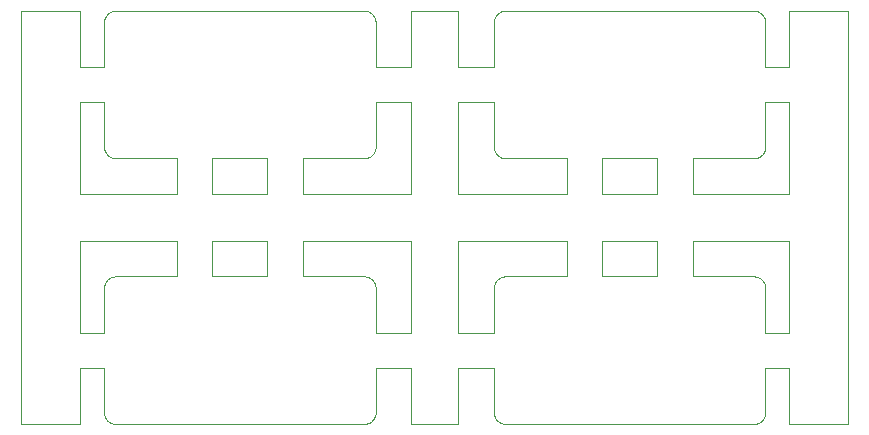
<source format=gbr>
%TF.GenerationSoftware,KiCad,Pcbnew,8.0.8-8.0.8-0~ubuntu24.04.1*%
%TF.CreationDate,2025-02-18T11:20:38+01:00*%
%TF.ProjectId,SPU0410LR5H_panel,53505530-3431-4304-9c52-35485f70616e,rev?*%
%TF.SameCoordinates,Original*%
%TF.FileFunction,Profile,NP*%
%FSLAX46Y46*%
G04 Gerber Fmt 4.6, Leading zero omitted, Abs format (unit mm)*
G04 Created by KiCad (PCBNEW 8.0.8-8.0.8-0~ubuntu24.04.1) date 2025-02-18 11:20:38*
%MOMM*%
%LPD*%
G01*
G04 APERTURE LIST*
%TA.AperFunction,Profile*%
%ADD10C,0.100000*%
%TD*%
G04 APERTURE END LIST*
D10*
X132299363Y-32454139D02*
X132347305Y-32437752D01*
X78000000Y-20000000D02*
X77947664Y-20001370D01*
X77005479Y-54104528D02*
X77012313Y-54156434D01*
X99994523Y-20895471D02*
X99987690Y-20843565D01*
X77412215Y-32309016D02*
X77455361Y-32338670D01*
X110330870Y-54743144D02*
X110370680Y-54777145D01*
X99358368Y-42566419D02*
X99309017Y-42548943D01*
X99406737Y-20086454D02*
X99358368Y-20066419D01*
X77005478Y-20895471D02*
X77001370Y-20947664D01*
X69999000Y-20000000D02*
X69999000Y-55000000D01*
X77455361Y-32338670D02*
X77500000Y-32366025D01*
X132994523Y-43395471D02*
X132987690Y-43343565D01*
X110000002Y-31500000D02*
X110001372Y-31552335D01*
X77021854Y-54207911D02*
X77034075Y-54258818D01*
X132544639Y-42661329D02*
X132500000Y-42633974D01*
X135001001Y-47250000D02*
X135000001Y-39500500D01*
X110222855Y-32129319D02*
X110256856Y-32169130D01*
X110895471Y-32494521D02*
X110947664Y-32498629D01*
X119166667Y-39500500D02*
X123833334Y-39500500D01*
X107000000Y-39500500D02*
X116166667Y-39500500D01*
X77161330Y-54544638D02*
X77190984Y-54587784D01*
X110843565Y-32487688D02*
X110895471Y-32494521D01*
X99156434Y-20012311D02*
X99104528Y-20005478D01*
X99820763Y-32071268D02*
X99848644Y-32028964D01*
X132874346Y-31985302D02*
X132897804Y-31940394D01*
X110412214Y-20190983D02*
X110370679Y-20222854D01*
X132866026Y-20499999D02*
X132838671Y-20455360D01*
X132151427Y-54988468D02*
X132201298Y-54979530D01*
X99838671Y-20455360D02*
X99809018Y-20412214D01*
X110947664Y-42501370D02*
X110895471Y-42505478D01*
X110947664Y-32498629D02*
X111000000Y-32500000D01*
X93833334Y-32499999D02*
X99000000Y-32499999D01*
X99528964Y-54848644D02*
X99571268Y-54820763D01*
X99866026Y-20499999D02*
X99838671Y-20455360D01*
X110001372Y-54052335D02*
X110005479Y-54104528D01*
X99587786Y-20190982D02*
X99544639Y-20161329D01*
X132669131Y-42756854D02*
X132629321Y-42722853D01*
X86166667Y-42500000D02*
X86166667Y-39500500D01*
X132207911Y-20021852D02*
X132156434Y-20012311D01*
X123833334Y-32499999D02*
X123833334Y-35500500D01*
X99394356Y-54918958D02*
X99440394Y-54897804D01*
X99987690Y-43343565D02*
X99978149Y-43292088D01*
X110690983Y-32451056D02*
X110741181Y-32465925D01*
X99612106Y-32290776D02*
X99651372Y-32258758D01*
X77000002Y-31500000D02*
X77001372Y-31552335D01*
X99777147Y-42870679D02*
X99743145Y-42830868D01*
X99790776Y-54612106D02*
X99820763Y-54571268D01*
X77108994Y-54453990D02*
X77133975Y-54499999D01*
X77947664Y-32498629D02*
X78000000Y-32500000D01*
X132440394Y-32397804D02*
X132485302Y-32374346D01*
X132913546Y-43093263D02*
X132891007Y-43046009D01*
X132891007Y-43046009D02*
X132866026Y-42999999D01*
X110066421Y-54358367D02*
X110086456Y-54406736D01*
X77641632Y-42566419D02*
X77593263Y-42586454D01*
X132743145Y-42830868D02*
X132707107Y-42792892D01*
X116166667Y-32499999D02*
X116166667Y-35500500D01*
X99000000Y-54999999D02*
X99050649Y-54998716D01*
X99440394Y-54897804D02*
X99485302Y-54874346D01*
X132052336Y-42501370D02*
X132000000Y-42500000D01*
X133000000Y-50250000D02*
X135001001Y-50250000D01*
X77066421Y-54358367D02*
X77086456Y-54406736D01*
X99848644Y-32028964D02*
X99874346Y-31985302D01*
X99954139Y-31799363D02*
X99968077Y-31750652D01*
X83166667Y-32499999D02*
X83166667Y-35500500D01*
X110370679Y-20222854D02*
X110330869Y-20256855D01*
X132994523Y-20895471D02*
X132987690Y-20843565D01*
X135001001Y-47250000D02*
X133000001Y-47250000D01*
X110034075Y-31758818D02*
X110048945Y-31809016D01*
X132965927Y-20741180D02*
X132951058Y-20690982D01*
X110108994Y-54453990D02*
X110133975Y-54499999D01*
X99978149Y-20792088D02*
X99965927Y-20741180D01*
X132394356Y-54918958D02*
X132440394Y-54897804D01*
X110330869Y-20256855D02*
X110292893Y-20292893D01*
X99309017Y-42548943D02*
X99258819Y-42534073D01*
X110021854Y-31707911D02*
X110034075Y-31758818D01*
X110500000Y-32366025D02*
X110546010Y-32391006D01*
X77048945Y-54309016D02*
X77066421Y-54358367D01*
X110455361Y-42661329D02*
X110412214Y-42690983D01*
X110161330Y-54544638D02*
X110190984Y-54587784D01*
X132358368Y-20066419D02*
X132309017Y-20048943D01*
X110792088Y-32478147D02*
X110843565Y-32487688D01*
X132394356Y-32418958D02*
X132440394Y-32397804D01*
X100000000Y-27750000D02*
X103000000Y-27750000D01*
X107000000Y-35500500D02*
X107000000Y-27750000D01*
X132528964Y-32348644D02*
X132571268Y-32320763D01*
X99571268Y-54820763D02*
X99612106Y-54790776D01*
X110000000Y-24750000D02*
X107000000Y-24750000D01*
X103000000Y-50250000D02*
X103000000Y-54999000D01*
X99707107Y-20292892D02*
X99669131Y-20256854D01*
X99669131Y-20256854D02*
X99629321Y-20222853D01*
X110292893Y-42792893D02*
X110256855Y-42830869D01*
X99440394Y-32397804D02*
X99485302Y-32374346D01*
X86166667Y-35500500D02*
X86166667Y-32499999D01*
X110292893Y-20292893D02*
X110256855Y-20330869D01*
X77012313Y-31656434D02*
X77021854Y-31707911D01*
X132918958Y-54394356D02*
X132937752Y-54347305D01*
X132743145Y-20330868D02*
X132707107Y-20292892D01*
X103000000Y-47250000D02*
X100000001Y-47250000D01*
X110133974Y-20500000D02*
X110108993Y-20546009D01*
X132485302Y-32374346D02*
X132528964Y-32348644D01*
X132937752Y-54347305D02*
X132954139Y-54299363D01*
X99347305Y-32437752D02*
X99394356Y-32418958D01*
X132309017Y-42548943D02*
X132258819Y-42534073D01*
X99891007Y-20546009D02*
X99866026Y-20499999D01*
X110222854Y-20370679D02*
X110190983Y-20412214D01*
X107000000Y-54999000D02*
X107000000Y-50250000D01*
X99809018Y-42912214D02*
X99777147Y-42870679D01*
X77190983Y-42912214D02*
X77161329Y-42955361D01*
X132987690Y-43343565D02*
X132978149Y-43292088D01*
X132453991Y-20108993D02*
X132406737Y-20086454D01*
X132101168Y-32494869D02*
X132151427Y-32488468D01*
X77792088Y-42521852D02*
X77741181Y-42534074D01*
X119166667Y-32499999D02*
X123833334Y-32499999D01*
X132724793Y-32188967D02*
X132758758Y-32151372D01*
X103000000Y-24750000D02*
X100000001Y-24750000D01*
X132156434Y-20012311D02*
X132104528Y-20005478D01*
X77256856Y-32169130D02*
X77292894Y-32207106D01*
X110021852Y-43292088D02*
X110012311Y-43343565D01*
X110000000Y-47250000D02*
X107000000Y-47250000D01*
X77161330Y-32044638D02*
X77190984Y-32087784D01*
X99612106Y-54790776D02*
X99651372Y-54758758D01*
X99050649Y-32498716D02*
X99101168Y-32494869D01*
X110330869Y-42756855D02*
X110292893Y-42792893D01*
X99743145Y-42830868D02*
X99707107Y-42792892D01*
X135001001Y-20000000D02*
X135001001Y-24750000D01*
X77048945Y-31809016D02*
X77066421Y-31858367D01*
X77021852Y-20792088D02*
X77012311Y-20843565D01*
X77000001Y-27750000D02*
X77000002Y-31500000D01*
X111000000Y-42500000D02*
X110947664Y-42501370D01*
X77292893Y-20292893D02*
X77256855Y-20330869D01*
X99151427Y-32488468D02*
X99201298Y-32479530D01*
X99500000Y-42633974D02*
X99453991Y-42608993D01*
X99000000Y-42500000D02*
X93833334Y-42500000D01*
X132979530Y-31701298D02*
X132988468Y-31651427D01*
X132000000Y-42500000D02*
X126833334Y-42500000D01*
X77370680Y-32277145D02*
X77412215Y-32309016D01*
X110256856Y-32169130D02*
X110292894Y-32207106D01*
X110370680Y-32277145D02*
X110412215Y-32309016D01*
X110792088Y-54978147D02*
X110843565Y-54987688D01*
X126833334Y-32499999D02*
X132000000Y-32499999D01*
X110330870Y-32243144D02*
X110370680Y-32277145D01*
X132758758Y-32151372D02*
X132790776Y-32112106D01*
X99347305Y-54937752D02*
X99394356Y-54918958D01*
X132994869Y-31601168D02*
X132998716Y-31550649D01*
X103000000Y-54999000D02*
X107000000Y-54999000D01*
X132151427Y-32488468D02*
X132201298Y-32479530D01*
X99790776Y-32112106D02*
X99820763Y-32071268D01*
X110741181Y-42534074D02*
X110690983Y-42548943D01*
X99897804Y-31940394D02*
X99918958Y-31894356D01*
X132528964Y-54848644D02*
X132571268Y-54820763D01*
X110048945Y-54309016D02*
X110066421Y-54358367D01*
X83166667Y-42500000D02*
X78000000Y-42500000D01*
X99651372Y-32258758D02*
X99688967Y-32224793D01*
X99544639Y-42661329D02*
X99500000Y-42633974D01*
X99394356Y-32418958D02*
X99440394Y-32397804D01*
X110370679Y-42722854D02*
X110330869Y-42756855D01*
X132777147Y-20370679D02*
X132743145Y-20330868D01*
X99998631Y-43447663D02*
X99994523Y-43395471D01*
X132918958Y-31894356D02*
X132937752Y-31847305D01*
X77086454Y-43093263D02*
X77066419Y-43141632D01*
X110161329Y-20455361D02*
X110133974Y-20500000D01*
X77256856Y-54669130D02*
X77292894Y-54707106D01*
X100000000Y-50250000D02*
X103000000Y-50250000D01*
X99891007Y-43046009D02*
X99866026Y-42999999D01*
X132838671Y-42955360D02*
X132809018Y-42912214D01*
X77292894Y-54707106D02*
X77330870Y-54743144D01*
X110133974Y-43000000D02*
X110108993Y-43046009D01*
X110000001Y-50250000D02*
X110000002Y-54000000D01*
X132207911Y-42521852D02*
X132156434Y-42512311D01*
X77190984Y-54587784D02*
X77222855Y-54629319D01*
X133000000Y-27750000D02*
X135001001Y-27750000D01*
X132629321Y-20222853D02*
X132587786Y-20190982D01*
X132629321Y-42722853D02*
X132587786Y-42690982D01*
X132951058Y-43190982D02*
X132933582Y-43141631D01*
X77066421Y-31858367D02*
X77086456Y-31906736D01*
X77012313Y-54156434D02*
X77021854Y-54207911D01*
X110133975Y-54499999D02*
X110161330Y-54544638D01*
X110947664Y-20001370D02*
X110895471Y-20005478D01*
X110222855Y-54629319D02*
X110256856Y-54669130D01*
X110546009Y-20108993D02*
X110500000Y-20133974D01*
X99994869Y-54101168D02*
X99998716Y-54050649D01*
X99954139Y-54299363D02*
X99968077Y-54250652D01*
X140001001Y-55000000D02*
X140001001Y-20000000D01*
X123833334Y-42500000D02*
X119166667Y-42500000D01*
X133000000Y-31500000D02*
X133000000Y-27750000D01*
X77001372Y-31552335D02*
X77005479Y-31604528D01*
X132954139Y-54299363D02*
X132968077Y-54250652D01*
X99050649Y-54998716D02*
X99101168Y-54994869D01*
X77330869Y-20256855D02*
X77292893Y-20292893D01*
X132651372Y-32258758D02*
X132688967Y-32224793D01*
X110001370Y-20947664D02*
X110000000Y-21000000D01*
X132848644Y-54528964D02*
X132874346Y-54485302D01*
X77947664Y-20001370D02*
X77895471Y-20005478D01*
X74999000Y-20000000D02*
X69999000Y-20000000D01*
X132587786Y-42690982D02*
X132544639Y-42661329D01*
X77133975Y-31999999D02*
X77161330Y-32044638D01*
X77161329Y-20455361D02*
X77133974Y-20500000D01*
X77133974Y-20500000D02*
X77108993Y-20546009D01*
X111000000Y-55000000D02*
X132000000Y-54999999D01*
X74999000Y-55000000D02*
X74999000Y-50250000D01*
X99758758Y-32151372D02*
X99790776Y-32112106D01*
X99688967Y-32224793D02*
X99724793Y-32188967D01*
X110086456Y-54406736D02*
X110108994Y-54453990D01*
X132571268Y-54820763D02*
X132612106Y-54790776D01*
X132612106Y-32290776D02*
X132651372Y-32258758D01*
X77048943Y-20690983D02*
X77034074Y-20741181D01*
X110741181Y-20034074D02*
X110690983Y-20048943D01*
X110161330Y-32044638D02*
X110190984Y-32087784D01*
X110455361Y-54838670D02*
X110500000Y-54866025D01*
X99937752Y-54347305D02*
X99954139Y-54299363D01*
X77000002Y-54000000D02*
X77001372Y-54052335D01*
X132500000Y-42633974D02*
X132453991Y-42608993D01*
X110001370Y-43447664D02*
X110000000Y-43500000D01*
X77108993Y-20546009D02*
X77086454Y-20593263D01*
X99207911Y-42521852D02*
X99156434Y-42512311D01*
X77000000Y-39500500D02*
X83166667Y-39500500D01*
X132201298Y-54979530D02*
X132250652Y-54968077D01*
X99820763Y-54571268D02*
X99848644Y-54528964D01*
X132897804Y-31940394D02*
X132918958Y-31894356D01*
X99309017Y-20048943D02*
X99258819Y-20034073D01*
X69999000Y-55000000D02*
X74999000Y-55000000D01*
X99998631Y-20947663D02*
X99994523Y-20895471D01*
X135001001Y-55000000D02*
X140001001Y-55000000D01*
X133000001Y-39500500D02*
X135000001Y-39500500D01*
X110000000Y-43500000D02*
X110000000Y-47250000D01*
X132998716Y-54050649D02*
X133000000Y-54000000D01*
X132998631Y-20947663D02*
X132994523Y-20895471D01*
X132347305Y-32437752D02*
X132394356Y-32418958D01*
X99937752Y-31847305D02*
X99954139Y-31799363D01*
X99406737Y-42586454D02*
X99358368Y-42566419D01*
X110792088Y-42521852D02*
X110741181Y-42534074D01*
X110021852Y-20792088D02*
X110012311Y-20843565D01*
X77455361Y-54838670D02*
X77500000Y-54866025D01*
X110048943Y-20690983D02*
X110034074Y-20741181D01*
X110500000Y-54866025D02*
X110546010Y-54891006D01*
X77690983Y-32451056D02*
X77741181Y-32465925D01*
X110690983Y-42548943D02*
X110641632Y-42566419D01*
X99913546Y-43093263D02*
X99891007Y-43046009D01*
X77843565Y-32487688D02*
X77895471Y-32494521D01*
X77455361Y-42661329D02*
X77412214Y-42690983D01*
X77500000Y-20133974D02*
X77455361Y-20161329D01*
X132258819Y-42534073D02*
X132207911Y-42521852D01*
X99874346Y-31985302D02*
X99897804Y-31940394D01*
X110947664Y-54998629D02*
X111000000Y-55000000D01*
X77292893Y-42792893D02*
X77256855Y-42830869D01*
X99965927Y-43241180D02*
X99951058Y-43190982D01*
X77792088Y-32478147D02*
X77843565Y-32487688D01*
X132790776Y-54612106D02*
X132820763Y-54571268D01*
X99485302Y-32374346D02*
X99528964Y-32348644D01*
X99629321Y-20222853D02*
X99587786Y-20190982D01*
X83166667Y-39500500D02*
X83166667Y-42500000D01*
X135001001Y-50250000D02*
X135001001Y-55000000D01*
X99544639Y-20161329D02*
X99500000Y-20133974D01*
X110593263Y-32413545D02*
X110641632Y-32433580D01*
X77546010Y-54891006D02*
X77593263Y-54913545D01*
X132000000Y-54999999D02*
X132050649Y-54998716D01*
X77086456Y-31906736D02*
X77108994Y-31953990D01*
X110005478Y-43395471D02*
X110001370Y-43447664D01*
X132987690Y-20843565D02*
X132978149Y-20792088D01*
X132988468Y-54151427D02*
X132994869Y-54101168D01*
X77843565Y-20012311D02*
X77792088Y-20021852D01*
X93833334Y-39500500D02*
X103000000Y-39500500D01*
X110843565Y-20012311D02*
X110792088Y-20021852D01*
X110012313Y-31656434D02*
X110021854Y-31707911D01*
X132951058Y-20690982D02*
X132933582Y-20641631D01*
X99965927Y-20741180D02*
X99951058Y-20690982D01*
X110641632Y-42566419D02*
X110593263Y-42586454D01*
X77000000Y-24750000D02*
X74999000Y-24750000D01*
X77690983Y-54951056D02*
X77741181Y-54965925D01*
X110593263Y-20086454D02*
X110546009Y-20108993D01*
X90833334Y-35500500D02*
X86166667Y-35500500D01*
X77256855Y-20330869D02*
X77222854Y-20370679D01*
X135000001Y-35500500D02*
X135001001Y-27750000D01*
X99848644Y-54528964D02*
X99874346Y-54485302D01*
X77001372Y-54052335D02*
X77005479Y-54104528D01*
X99968077Y-54250652D02*
X99979530Y-54201298D01*
X132707107Y-42792892D02*
X132669131Y-42756854D01*
X110370680Y-54777145D02*
X110412215Y-54809016D01*
X110190983Y-42912214D02*
X110161329Y-42955361D01*
X99104528Y-42505478D02*
X99052336Y-42501370D01*
X77256855Y-42830869D02*
X77222854Y-42870679D01*
X110641632Y-20066419D02*
X110593263Y-20086454D01*
X74999000Y-24750000D02*
X74999000Y-20000000D01*
X99101168Y-54994869D02*
X99151427Y-54988468D01*
X99571268Y-32320763D02*
X99612106Y-32290776D01*
X77370679Y-20222854D02*
X77330869Y-20256855D01*
X110843565Y-54987688D02*
X110895471Y-54994521D01*
X86166667Y-32499999D02*
X90833334Y-32499999D01*
X77001370Y-20947664D02*
X77000000Y-21000000D01*
X110222854Y-42870679D02*
X110190983Y-42912214D01*
X132965927Y-43241180D02*
X132951058Y-43190982D01*
X110000001Y-27750000D02*
X110000002Y-31500000D01*
X100000000Y-54000000D02*
X100000000Y-50250000D01*
X110412214Y-42690983D02*
X110370679Y-42722854D01*
X132790776Y-32112106D02*
X132820763Y-32071268D01*
X132571268Y-32320763D02*
X132612106Y-32290776D01*
X110546010Y-54891006D02*
X110593263Y-54913545D01*
X132937752Y-31847305D02*
X132954139Y-31799363D01*
X110455361Y-20161329D02*
X110412214Y-20190983D01*
X99874346Y-54485302D02*
X99897804Y-54440394D01*
X132998716Y-31550649D02*
X133000000Y-31500000D01*
X110292894Y-54707106D02*
X110330870Y-54743144D01*
X99951058Y-43190982D02*
X99933582Y-43141631D01*
X110108993Y-20546009D02*
X110086454Y-20593263D01*
X132688967Y-32224793D02*
X132724793Y-32188967D01*
X103000000Y-20000000D02*
X103000000Y-24750000D01*
X132347305Y-54937752D02*
X132394356Y-54918958D01*
X132820763Y-54571268D02*
X132848644Y-54528964D01*
X99838671Y-42955360D02*
X99809018Y-42912214D01*
X99724793Y-32188967D02*
X99758758Y-32151372D01*
X77641632Y-20066419D02*
X77593263Y-20086454D01*
X132052336Y-20001370D02*
X132000000Y-20000000D01*
X99000000Y-32499999D02*
X99050649Y-32498716D01*
X140001001Y-20000000D02*
X135001001Y-20000000D01*
X110412215Y-32309016D02*
X110455361Y-32338670D01*
X100000001Y-20999999D02*
X99998631Y-20947663D01*
X110048943Y-43190983D02*
X110034074Y-43241181D01*
X110012313Y-54156434D02*
X110021854Y-54207911D01*
X99453991Y-42608993D02*
X99406737Y-42586454D01*
X110108994Y-31953990D02*
X110133975Y-31999999D01*
X132891007Y-20546009D02*
X132866026Y-20499999D01*
X107000000Y-47250000D02*
X107000000Y-39500500D01*
X99299363Y-54954139D02*
X99347305Y-54937752D01*
X77792088Y-54978147D02*
X77843565Y-54987688D01*
X132707107Y-20292892D02*
X132669131Y-20256854D01*
X99201298Y-54979530D02*
X99250652Y-54968077D01*
X110034074Y-20741181D02*
X110021852Y-20792088D01*
X132688967Y-54724793D02*
X132724793Y-54688967D01*
X133000001Y-47250000D02*
X133000001Y-43499999D01*
X77741181Y-20034074D02*
X77690983Y-20048943D01*
X110000002Y-54000000D02*
X110001372Y-54052335D01*
X99258819Y-42534073D02*
X99207911Y-42521852D01*
X110066419Y-43141632D02*
X110048943Y-43190983D01*
X132201298Y-32479530D02*
X132250652Y-32468077D01*
X110690983Y-20048943D02*
X110641632Y-20066419D01*
X132998631Y-43447663D02*
X132994523Y-43395471D01*
X110895471Y-20005478D02*
X110843565Y-20012311D01*
X78000000Y-32500000D02*
X83166667Y-32499999D01*
X77843565Y-54987688D02*
X77895471Y-54994521D01*
X77690983Y-42548943D02*
X77641632Y-42566419D01*
X77222854Y-42870679D02*
X77190983Y-42912214D01*
X77005478Y-43395471D02*
X77001370Y-43447664D01*
X132453991Y-42608993D02*
X132406737Y-42586454D01*
X111000000Y-20000000D02*
X110947664Y-20001370D01*
X132954139Y-31799363D02*
X132968077Y-31750652D01*
X77593263Y-20086454D02*
X77546009Y-20108993D01*
X110792088Y-20021852D02*
X110741181Y-20034074D01*
X107000000Y-24750000D02*
X107000000Y-20000000D01*
X77000000Y-35500500D02*
X75000000Y-35500500D01*
X77947664Y-42501370D02*
X77895471Y-42505478D01*
X132299363Y-54954139D02*
X132347305Y-54937752D01*
X99918958Y-31894356D02*
X99937752Y-31847305D01*
X99758758Y-54651372D02*
X99790776Y-54612106D01*
X132669131Y-20256854D02*
X132629321Y-20222853D01*
X132104528Y-42505478D02*
X132052336Y-42501370D01*
X77133975Y-54499999D02*
X77161330Y-54544638D01*
X90833334Y-42500000D02*
X86166667Y-42500000D01*
X132809018Y-42912214D02*
X132777147Y-42870679D01*
X132874346Y-54485302D02*
X132897804Y-54440394D01*
X99156434Y-42512311D02*
X99104528Y-42505478D01*
X110741181Y-54965925D02*
X110792088Y-54978147D01*
X77641632Y-32433580D02*
X77690983Y-32451056D01*
X99358368Y-20066419D02*
X99309017Y-20048943D01*
X86166667Y-39500500D02*
X90833334Y-39500500D01*
X132933582Y-43141631D02*
X132913546Y-43093263D01*
X77593263Y-54913545D02*
X77641632Y-54933580D01*
X77034074Y-20741181D02*
X77021852Y-20792088D01*
X74999000Y-27750000D02*
X75000000Y-35500500D01*
X78000000Y-42500000D02*
X77947664Y-42501370D01*
X77000000Y-47250000D02*
X74999000Y-47250000D01*
X99258819Y-20034073D02*
X99207911Y-20021852D01*
X99988468Y-31651427D02*
X99994869Y-31601168D01*
X99629321Y-42722853D02*
X99587786Y-42690982D01*
X99587786Y-42690982D02*
X99544639Y-42661329D01*
X99968077Y-31750652D02*
X99979530Y-31701298D01*
X99101168Y-32494869D02*
X99151427Y-32488468D01*
X77895471Y-42505478D02*
X77843565Y-42512311D01*
X132897804Y-54440394D02*
X132918958Y-54394356D01*
X132358368Y-42566419D02*
X132309017Y-42548943D01*
X77021852Y-43292088D02*
X77012311Y-43343565D01*
X93833334Y-35500500D02*
X93833334Y-32499999D01*
X132979530Y-54201298D02*
X132988468Y-54151427D01*
X77000000Y-43500000D02*
X77000000Y-47250000D01*
X132544639Y-20161329D02*
X132500000Y-20133974D01*
X110034075Y-54258818D02*
X110048945Y-54309016D01*
X110546010Y-32391006D02*
X110593263Y-32413545D01*
X99998716Y-31550649D02*
X100000000Y-31500000D01*
X132933582Y-20641631D02*
X132913546Y-20593263D01*
X110086454Y-43093263D02*
X110066419Y-43141632D01*
X132050649Y-32498716D02*
X132101168Y-32494869D01*
X77222855Y-32129319D02*
X77256856Y-32169130D01*
X77500000Y-32366025D02*
X77546010Y-32391006D01*
X99724793Y-54688967D02*
X99758758Y-54651372D01*
X132988468Y-31651427D02*
X132994869Y-31601168D01*
X99978149Y-43292088D02*
X99965927Y-43241180D01*
X132309017Y-20048943D02*
X132258819Y-20034073D01*
X119166667Y-42500000D02*
X119166667Y-39500500D01*
X99207911Y-20021852D02*
X99156434Y-20012311D01*
X99453991Y-20108993D02*
X99406737Y-20086454D01*
X99913546Y-20593263D02*
X99891007Y-20546009D01*
X77370680Y-54777145D02*
X77412215Y-54809016D01*
X132809018Y-20412214D02*
X132777147Y-20370679D01*
X132050649Y-54998716D02*
X132101168Y-54994869D01*
X77412214Y-20190983D02*
X77370679Y-20222854D01*
X132612106Y-54790776D02*
X132651372Y-54758758D01*
X110086456Y-31906736D02*
X110108994Y-31953990D01*
X132651372Y-54758758D02*
X132688967Y-54724793D01*
X132250652Y-54968077D02*
X132299363Y-54954139D01*
X77005479Y-31604528D02*
X77012313Y-31656434D01*
X77222855Y-54629319D02*
X77256856Y-54669130D01*
X77108994Y-31953990D02*
X77133975Y-31999999D01*
X132101168Y-54994869D02*
X132151427Y-54988468D01*
X99994523Y-43395471D02*
X99987690Y-43343565D01*
X110593263Y-42586454D02*
X110546009Y-42608993D01*
X110012311Y-20843565D02*
X110005478Y-20895471D01*
X77086456Y-54406736D02*
X77108994Y-54453990D01*
X77593263Y-32413545D02*
X77641632Y-32433580D01*
X99651372Y-54758758D02*
X99688967Y-54724793D01*
X77895471Y-32494521D02*
X77947664Y-32498629D01*
X77066419Y-43141632D02*
X77048943Y-43190983D01*
X77895471Y-54994521D02*
X77947664Y-54998629D01*
X110256855Y-20330869D02*
X110222854Y-20370679D01*
X77546009Y-20108993D02*
X77500000Y-20133974D01*
X103000000Y-39500500D02*
X103000000Y-47250000D01*
X74999000Y-27750000D02*
X77000001Y-27750000D01*
X77546009Y-42608993D02*
X77500000Y-42633974D01*
X99994869Y-31601168D02*
X99998716Y-31550649D01*
X77843565Y-42512311D02*
X77792088Y-42521852D01*
X100000000Y-31500000D02*
X100000000Y-27750000D01*
X77947664Y-54998629D02*
X78000000Y-55000000D01*
X132866026Y-42999999D02*
X132838671Y-42955360D01*
X110066421Y-31858367D02*
X110086456Y-31906736D01*
X107000000Y-50250000D02*
X110000001Y-50250000D01*
X132156434Y-42512311D02*
X132104528Y-42505478D01*
X132250652Y-32468077D02*
X132299363Y-32454139D01*
X99707107Y-42792892D02*
X99669131Y-42756854D01*
X132485302Y-54874346D02*
X132528964Y-54848644D01*
X83166667Y-35500500D02*
X77000000Y-35500500D01*
X77500000Y-42633974D02*
X77455361Y-42661329D01*
X77690983Y-20048943D02*
X77641632Y-20066419D01*
X123833334Y-39500500D02*
X123833334Y-42500000D01*
X99052336Y-20001370D02*
X99000000Y-20000000D01*
X77190984Y-32087784D02*
X77222855Y-32129319D01*
X132500000Y-20133974D02*
X132453991Y-20108993D01*
X77741181Y-54965925D02*
X77792088Y-54978147D01*
X75000000Y-39500500D02*
X77000000Y-39500500D01*
X77330869Y-42756855D02*
X77292893Y-42792893D01*
X110190983Y-20412214D02*
X110161329Y-20455361D01*
X110086454Y-20593263D02*
X110066419Y-20641632D01*
X99987690Y-20843565D02*
X99978149Y-20792088D01*
X77034075Y-54258818D02*
X77048945Y-54309016D01*
X110000000Y-21000000D02*
X110000000Y-24750000D01*
X110005478Y-20895471D02*
X110001370Y-20947664D01*
X132440394Y-54897804D02*
X132485302Y-54874346D01*
X90833334Y-32499999D02*
X90833334Y-35500500D01*
X110500000Y-20133974D02*
X110455361Y-20161329D01*
X110843565Y-42512311D02*
X110792088Y-42521852D01*
X99250652Y-54968077D02*
X99299363Y-54954139D01*
X110048945Y-31809016D02*
X110066421Y-31858367D01*
X110066419Y-20641632D02*
X110048943Y-20690983D01*
X110593263Y-54913545D02*
X110641632Y-54933580D01*
X99866026Y-42999999D02*
X99838671Y-42955360D01*
X132406737Y-42586454D02*
X132358368Y-42566419D01*
X135001001Y-24750000D02*
X133000001Y-24750000D01*
X99500000Y-20133974D02*
X99453991Y-20108993D01*
X132820763Y-32071268D02*
X132848644Y-32028964D01*
X77330870Y-54743144D02*
X77370680Y-54777145D01*
X110641632Y-32433580D02*
X110690983Y-32451056D01*
X99918958Y-54394356D02*
X99937752Y-54347305D01*
X132978149Y-20792088D02*
X132965927Y-20741180D01*
X110895471Y-42505478D02*
X110843565Y-42512311D01*
X99988468Y-54151427D02*
X99994869Y-54101168D01*
X110005479Y-54104528D02*
X110012313Y-54156434D01*
X132000000Y-20000000D02*
X111000000Y-20000000D01*
X77012311Y-20843565D02*
X77005478Y-20895471D01*
X99485302Y-54874346D02*
X99528964Y-54848644D01*
X132587786Y-20190982D02*
X132544639Y-20161329D01*
X132000000Y-32499999D02*
X132050649Y-32498716D01*
X132838671Y-20455360D02*
X132809018Y-20412214D01*
X116166667Y-35500500D02*
X107000000Y-35500500D01*
X77034074Y-43241181D02*
X77021852Y-43292088D01*
X100000001Y-47250000D02*
X100000001Y-43499999D01*
X77593263Y-42586454D02*
X77546009Y-42608993D01*
X90833334Y-39500500D02*
X90833334Y-42500000D01*
X110161329Y-42955361D02*
X110133974Y-43000000D01*
X77222854Y-20370679D02*
X77190983Y-20412214D01*
X99998716Y-54050649D02*
X100000000Y-54000000D01*
X77455361Y-20161329D02*
X77412214Y-20190983D01*
X93833334Y-42500000D02*
X93833334Y-39500500D01*
X99933582Y-43141631D02*
X99913546Y-43093263D01*
X77792088Y-20021852D02*
X77741181Y-20034074D01*
X110690983Y-54951056D02*
X110741181Y-54965925D01*
X99151427Y-54988468D02*
X99201298Y-54979530D01*
X99809018Y-20412214D02*
X99777147Y-20370679D01*
X77000001Y-50250000D02*
X77000002Y-54000000D01*
X132968077Y-54250652D02*
X132979530Y-54201298D01*
X123833334Y-35500500D02*
X119166667Y-35500500D01*
X99000000Y-20000000D02*
X78000000Y-20000000D01*
X110190984Y-32087784D02*
X110222855Y-32129319D01*
X133000001Y-20999999D02*
X132998631Y-20947663D01*
X110021854Y-54207911D02*
X110034075Y-54258818D01*
X99897804Y-54440394D02*
X99918958Y-54394356D01*
X110012311Y-43343565D02*
X110005478Y-43395471D01*
X132978149Y-43292088D02*
X132965927Y-43241180D01*
X116166667Y-42500000D02*
X111000000Y-42500000D01*
X77190983Y-20412214D02*
X77161329Y-20455361D01*
X77161329Y-42955361D02*
X77133974Y-43000000D01*
X110741181Y-32465925D02*
X110792088Y-32478147D01*
X77895471Y-20005478D02*
X77843565Y-20012311D01*
X77034075Y-31758818D02*
X77048945Y-31809016D01*
X132406737Y-20086454D02*
X132358368Y-20066419D01*
X133000001Y-24750000D02*
X133000001Y-20999999D01*
X132913546Y-20593263D02*
X132891007Y-20546009D01*
X77412215Y-54809016D02*
X77455361Y-54838670D01*
X110292894Y-32207106D02*
X110330870Y-32243144D01*
X107000000Y-27750000D02*
X110000001Y-27750000D01*
X116166667Y-39500500D02*
X116166667Y-42500000D01*
X77021854Y-31707911D02*
X77034075Y-31758818D01*
X107000000Y-20000000D02*
X103000000Y-20000000D01*
X99933582Y-20641631D02*
X99913546Y-20593263D01*
X103000000Y-27750000D02*
X103000000Y-35500500D01*
X77741181Y-32465925D02*
X77792088Y-32478147D01*
X110256856Y-54669130D02*
X110292894Y-54707106D01*
X74998000Y-39499500D02*
X74999000Y-47250000D01*
X132258819Y-20034073D02*
X132207911Y-20021852D01*
X126833334Y-42500000D02*
X126833334Y-39500500D01*
X110546009Y-42608993D02*
X110500000Y-42633974D01*
X133000000Y-54000000D02*
X133000000Y-50250000D01*
X110895471Y-54994521D02*
X110947664Y-54998629D01*
X77292894Y-32207106D02*
X77330870Y-32243144D01*
X132758758Y-54651372D02*
X132790776Y-54612106D01*
X99250652Y-32468077D02*
X99299363Y-32454139D01*
X77330870Y-32243144D02*
X77370680Y-32277145D01*
X132994869Y-54101168D02*
X132998716Y-54050649D01*
X78000000Y-55000000D02*
X99000000Y-54999999D01*
X132968077Y-31750652D02*
X132979530Y-31701298D01*
X132724793Y-54688967D02*
X132758758Y-54651372D01*
X77108993Y-43046009D02*
X77086454Y-43093263D01*
X110500000Y-42633974D02*
X110455361Y-42661329D01*
X110005479Y-31604528D02*
X110012313Y-31656434D01*
X110001372Y-31552335D02*
X110005479Y-31604528D01*
X110034074Y-43241181D02*
X110021852Y-43292088D01*
X77641632Y-54933580D02*
X77690983Y-54951056D01*
X110256855Y-42830869D02*
X110222854Y-42870679D01*
X111000000Y-32500000D02*
X116166667Y-32499999D01*
X99052336Y-42501370D02*
X99000000Y-42500000D01*
X110190984Y-54587784D02*
X110222855Y-54629319D01*
X135000001Y-35500500D02*
X133000001Y-35500500D01*
X100000001Y-43499999D02*
X99998631Y-43447663D01*
X110641632Y-54933580D02*
X110690983Y-54951056D01*
X99979530Y-31701298D02*
X99988468Y-31651427D01*
X77370679Y-42722854D02*
X77330869Y-42756855D01*
X103000000Y-35500500D02*
X93833334Y-35500500D01*
X77133974Y-43000000D02*
X77108993Y-43046009D01*
X133000001Y-43499999D02*
X132998631Y-43447663D01*
X126833334Y-35500500D02*
X126833334Y-32499999D01*
X110412215Y-54809016D02*
X110455361Y-54838670D01*
X100000001Y-24750000D02*
X100000001Y-20999999D01*
X99299363Y-32454139D02*
X99347305Y-32437752D01*
X99201298Y-32479530D02*
X99250652Y-32468077D01*
X133000001Y-35500500D02*
X126833334Y-35500500D01*
X99979530Y-54201298D02*
X99988468Y-54151427D01*
X119166667Y-35500500D02*
X119166667Y-32499999D01*
X99688967Y-54724793D02*
X99724793Y-54688967D01*
X99777147Y-20370679D02*
X99743145Y-20330868D01*
X77086454Y-20593263D02*
X77066419Y-20641632D01*
X99528964Y-32348644D02*
X99571268Y-32320763D01*
X99104528Y-20005478D02*
X99052336Y-20001370D01*
X77012311Y-43343565D02*
X77005478Y-43395471D01*
X77000000Y-21000000D02*
X77000000Y-24750000D01*
X110108993Y-43046009D02*
X110086454Y-43093263D01*
X99951058Y-20690982D02*
X99933582Y-20641631D01*
X77546010Y-32391006D02*
X77593263Y-32413545D01*
X110133975Y-31999999D02*
X110161330Y-32044638D01*
X99669131Y-42756854D02*
X99629321Y-42722853D01*
X132777147Y-42870679D02*
X132743145Y-42830868D01*
X74999000Y-50250000D02*
X77000001Y-50250000D01*
X77412214Y-42690983D02*
X77370679Y-42722854D01*
X126833334Y-39500500D02*
X133000001Y-39500500D01*
X132848644Y-32028964D02*
X132874346Y-31985302D01*
X77066419Y-20641632D02*
X77048943Y-20690983D01*
X77048943Y-43190983D02*
X77034074Y-43241181D01*
X99743145Y-20330868D02*
X99707107Y-20292892D01*
X132104528Y-20005478D02*
X132052336Y-20001370D01*
X77001370Y-43447664D02*
X77000000Y-43500000D01*
X110455361Y-32338670D02*
X110500000Y-32366025D01*
X77500000Y-54866025D02*
X77546010Y-54891006D01*
X77741181Y-42534074D02*
X77690983Y-42548943D01*
M02*

</source>
